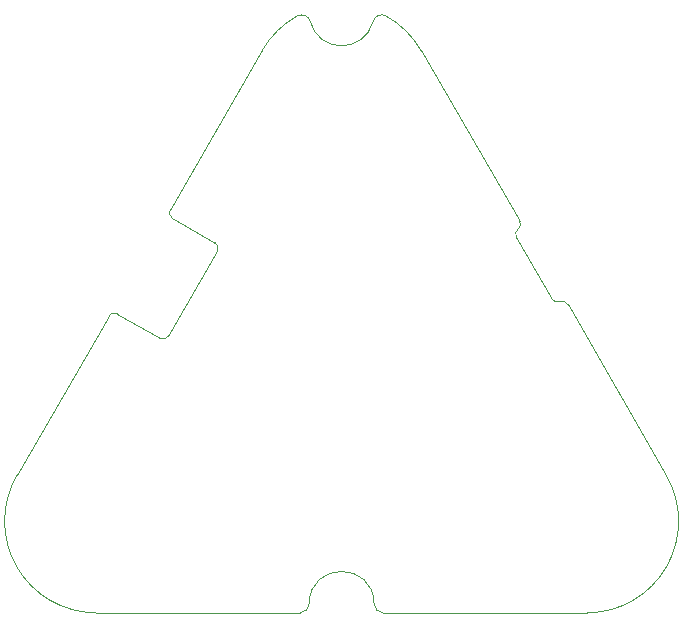
<source format=gm1>
G04 #@! TF.GenerationSoftware,KiCad,Pcbnew,6.0.0-unknown-f1a38a6~86~ubuntu18.04.1*
G04 #@! TF.CreationDate,2019-05-07T14:54:44+02:00*
G04 #@! TF.ProjectId,sablier,7361626c-6965-4722-9e6b-696361645f70,1*
G04 #@! TF.SameCoordinates,Original*
G04 #@! TF.FileFunction,Profile,NP*
%FSLAX46Y46*%
G04 Gerber Fmt 4.6, Leading zero omitted, Abs format (unit mm)*
G04 Created by KiCad (PCBNEW 6.0.0-unknown-f1a38a6~86~ubuntu18.04.1) date 2019-05-07 14:54:44*
%MOMM*%
%LPD*%
G04 APERTURE LIST*
%ADD10C,0.050000*%
G04 APERTURE END LIST*
D10*
X179107446Y-116250000D02*
X170737635Y-101753062D01*
X155111140Y-127875000D02*
X172395749Y-127875000D01*
X140912458Y-96555662D02*
G75*
G02X141095471Y-97238675I-250000J-433013D01*
G01*
X144899444Y-80250000D02*
G75*
G02X147859188Y-77343751I6711696J-3875000D01*
G01*
X147859189Y-77343750D02*
G75*
G02X148948464Y-77812501I363091J-656250D01*
G01*
X166410718Y-96058623D02*
G75*
G02X166551683Y-95402781I433013J250000D01*
G01*
X166692648Y-94746939D02*
G75*
G02X166551683Y-95402781I-433013J-250000D01*
G01*
X154273816Y-77812500D02*
G75*
G02X148948464Y-77812500I-2662676J687500D01*
G01*
X155363092Y-77343751D02*
G75*
G02X158322836Y-80250000I-3751952J-6781249D01*
G01*
X166692648Y-94746939D02*
X158322836Y-80250000D01*
X130826531Y-127875000D02*
X148111140Y-127875000D01*
X131922138Y-102727352D02*
G75*
G02X132605151Y-102544339I433013J-250000D01*
G01*
X131922139Y-102727352D02*
X124114834Y-116250000D01*
X170099177Y-101547220D02*
G75*
G02X170737635Y-101753062I205445J-455842D01*
G01*
X144899444Y-80250000D02*
X137092139Y-93772649D01*
X136925471Y-104461326D02*
G75*
G02X136242458Y-104644339I-433013J250000D01*
G01*
X155111140Y-127875000D02*
G75*
G02X154361140Y-127125000I0J750000D01*
G01*
X140912458Y-96555662D02*
X137275151Y-94455662D01*
X179107446Y-116250000D02*
G75*
G02X172395749Y-127875000I-6711697J-3875000D01*
G01*
X166410718Y-96058623D02*
X169460718Y-101341378D01*
X170099176Y-101547220D02*
G75*
G02X169460718Y-101341378I-205445J455842D01*
G01*
X148861140Y-127125000D02*
G75*
G02X148111140Y-127875000I-750000J0D01*
G01*
X132605151Y-102544339D02*
X136242458Y-104644339D01*
X136925471Y-104461326D02*
X141095471Y-97238675D01*
X137275151Y-94455661D02*
G75*
G02X137092139Y-93772649I250000J433012D01*
G01*
X130826531Y-127875000D02*
G75*
G02X124114834Y-116250000I0J7750000D01*
G01*
X148861140Y-127125000D02*
G75*
G02X154361140Y-127125000I2750000J0D01*
G01*
X154273817Y-77812500D02*
G75*
G02X155363092Y-77343751I726183J-187500D01*
G01*
M02*

</source>
